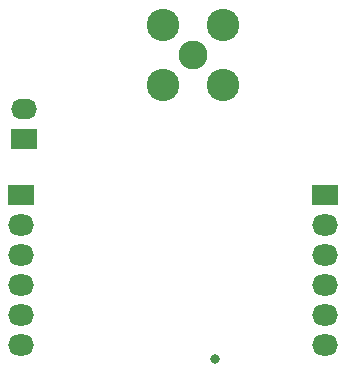
<source format=gbs>
G04*
G04 #@! TF.GenerationSoftware,Altium Limited,Altium Designer,19.0.10 (269)*
G04*
G04 Layer_Color=16711935*
%FSLAX25Y25*%
%MOIN*%
G70*
G01*
G75*
%ADD22C,0.09646*%
%ADD23C,0.10827*%
%ADD24O,0.08661X0.06693*%
%ADD25R,0.08661X0.06693*%
%ADD26O,0.08661X0.07087*%
%ADD27R,0.08661X0.07087*%
%ADD28C,0.03150*%
D22*
X65650Y-19488D02*
D03*
D23*
X55650Y-29488D02*
D03*
Y-9488D02*
D03*
X75650D02*
D03*
Y-29488D02*
D03*
D24*
X9055Y-37244D02*
D03*
D25*
Y-47244D02*
D03*
D26*
X8268Y-116142D02*
D03*
Y-106142D02*
D03*
Y-96142D02*
D03*
Y-86142D02*
D03*
Y-76142D02*
D03*
X109449Y-116142D02*
D03*
Y-106142D02*
D03*
Y-96142D02*
D03*
Y-86142D02*
D03*
Y-76142D02*
D03*
D27*
X8268Y-66142D02*
D03*
X109449D02*
D03*
D28*
X72835Y-120866D02*
D03*
M02*

</source>
